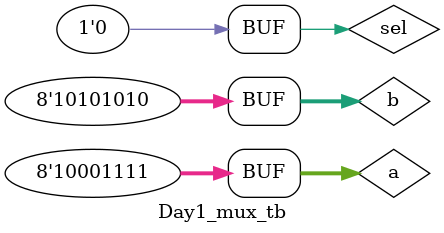
<source format=v>
`timescale 10ns/10ps
module Day1_mux_tb();

reg [7:0] a,b;
reg sel;
wire [7:0] Q;

Day1_mux mux(Q,a,b,sel);
initial 
   begin


a <= 8'hff;
b <= 8'haa;
sel <= 1'b1;
#1
a <= 8'h8f;
b <= 8'haa;
sel <= 1'b0;

end
endmodule

</source>
